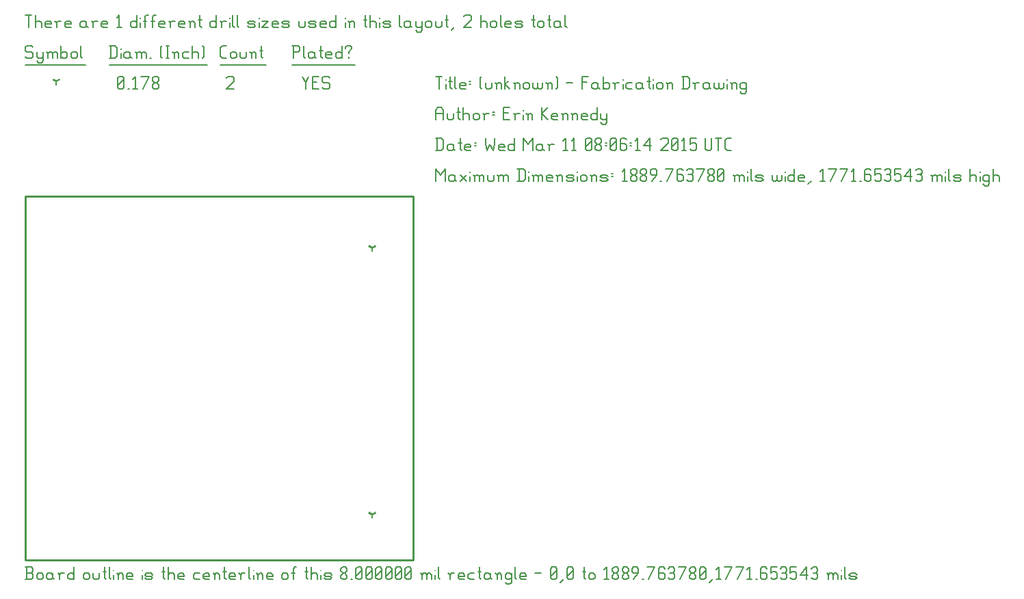
<source format=gbr>
G04 start of page 8 for group -3984 idx -3984 *
G04 Title: (unknown), fab *
G04 Creator: pcb 20140316 *
G04 CreationDate: Wed Mar 11 08:06:14 2015 UTC *
G04 For: frankenteddy *
G04 Format: Gerber/RS-274X *
G04 PCB-Dimensions (mil): 1889.76 1771.65 *
G04 PCB-Coordinate-Origin: lower left *
%MOIN*%
%FSLAX25Y25*%
%LNFAB*%
%ADD45C,0.0100*%
%ADD44C,0.0075*%
%ADD43C,0.0060*%
%ADD42C,0.0001*%
%ADD41R,0.0080X0.0080*%
G54D41*X169000Y22165D02*Y20565D01*
G54D42*G36*
X168454Y22312D02*X170533Y23512D01*
X170933Y22819D01*
X168853Y21619D01*
X168454Y22312D01*
G37*
G36*
X169147Y21619D02*X167067Y22819D01*
X167467Y23512D01*
X169546Y22312D01*
X169147Y21619D01*
G37*
G54D41*X169000Y152165D02*Y150565D01*
G54D42*G36*
X168454Y152312D02*X170533Y153512D01*
X170933Y152819D01*
X168853Y151619D01*
X168454Y152312D01*
G37*
G36*
X169147Y151619D02*X167067Y152819D01*
X167467Y153512D01*
X169546Y152312D01*
X169147Y151619D01*
G37*
G54D41*X15000Y233415D02*Y231815D01*
G54D42*G36*
X14454Y233562D02*X16533Y234762D01*
X16933Y234069D01*
X14853Y232869D01*
X14454Y233562D01*
G37*
G36*
X15147Y232869D02*X13067Y234069D01*
X13467Y234762D01*
X15546Y233562D01*
X15147Y232869D01*
G37*
G54D43*X135000Y235665D02*X136500Y232665D01*
X138000Y235665D01*
X136500Y232665D02*Y229665D01*
X139800Y232965D02*X142050D01*
X139800Y229665D02*X142800D01*
X139800Y235665D02*Y229665D01*
Y235665D02*X142800D01*
X147600D02*X148350Y234915D01*
X145350Y235665D02*X147600D01*
X144600Y234915D02*X145350Y235665D01*
X144600Y234915D02*Y233415D01*
X145350Y232665D01*
X147600D01*
X148350Y231915D01*
Y230415D01*
X147600Y229665D02*X148350Y230415D01*
X145350Y229665D02*X147600D01*
X144600Y230415D02*X145350Y229665D01*
X98000Y234915D02*X98750Y235665D01*
X101000D01*
X101750Y234915D01*
Y233415D01*
X98000Y229665D02*X101750Y233415D01*
X98000Y229665D02*X101750D01*
X45000Y230415D02*X45750Y229665D01*
X45000Y234915D02*Y230415D01*
Y234915D02*X45750Y235665D01*
X47250D01*
X48000Y234915D01*
Y230415D01*
X47250Y229665D02*X48000Y230415D01*
X45750Y229665D02*X47250D01*
X45000Y231165D02*X48000Y234165D01*
X49800Y229665D02*X50550D01*
X52350Y234465D02*X53550Y235665D01*
Y229665D01*
X52350D02*X54600D01*
X57150D02*X60150Y235665D01*
X56400D02*X60150D01*
X61950Y230415D02*X62700Y229665D01*
X61950Y231615D02*Y230415D01*
Y231615D02*X63000Y232665D01*
X63900D01*
X64950Y231615D01*
Y230415D01*
X64200Y229665D02*X64950Y230415D01*
X62700Y229665D02*X64200D01*
X61950Y233715D02*X63000Y232665D01*
X61950Y234915D02*Y233715D01*
Y234915D02*X62700Y235665D01*
X64200D01*
X64950Y234915D01*
Y233715D01*
X63900Y232665D02*X64950Y233715D01*
X3000Y250665D02*X3750Y249915D01*
X750Y250665D02*X3000D01*
X0Y249915D02*X750Y250665D01*
X0Y249915D02*Y248415D01*
X750Y247665D01*
X3000D01*
X3750Y246915D01*
Y245415D01*
X3000Y244665D02*X3750Y245415D01*
X750Y244665D02*X3000D01*
X0Y245415D02*X750Y244665D01*
X5550Y247665D02*Y245415D01*
X6300Y244665D01*
X8550Y247665D02*Y243165D01*
X7800Y242415D02*X8550Y243165D01*
X6300Y242415D02*X7800D01*
X5550Y243165D02*X6300Y242415D01*
Y244665D02*X7800D01*
X8550Y245415D01*
X11100Y246915D02*Y244665D01*
Y246915D02*X11850Y247665D01*
X12600D01*
X13350Y246915D01*
Y244665D01*
Y246915D02*X14100Y247665D01*
X14850D01*
X15600Y246915D01*
Y244665D01*
X10350Y247665D02*X11100Y246915D01*
X17400Y250665D02*Y244665D01*
Y245415D02*X18150Y244665D01*
X19650D01*
X20400Y245415D01*
Y246915D02*Y245415D01*
X19650Y247665D02*X20400Y246915D01*
X18150Y247665D02*X19650D01*
X17400Y246915D02*X18150Y247665D01*
X22200Y246915D02*Y245415D01*
Y246915D02*X22950Y247665D01*
X24450D01*
X25200Y246915D01*
Y245415D01*
X24450Y244665D02*X25200Y245415D01*
X22950Y244665D02*X24450D01*
X22200Y245415D02*X22950Y244665D01*
X27000Y250665D02*Y245415D01*
X27750Y244665D01*
X0Y241415D02*X29250D01*
X41750Y250665D02*Y244665D01*
X43700Y250665D02*X44750Y249615D01*
Y245715D01*
X43700Y244665D02*X44750Y245715D01*
X41000Y244665D02*X43700D01*
X41000Y250665D02*X43700D01*
G54D44*X46550Y249165D02*Y249015D01*
G54D43*Y246915D02*Y244665D01*
X50300Y247665D02*X51050Y246915D01*
X48800Y247665D02*X50300D01*
X48050Y246915D02*X48800Y247665D01*
X48050Y246915D02*Y245415D01*
X48800Y244665D01*
X51050Y247665D02*Y245415D01*
X51800Y244665D01*
X48800D02*X50300D01*
X51050Y245415D01*
X54350Y246915D02*Y244665D01*
Y246915D02*X55100Y247665D01*
X55850D01*
X56600Y246915D01*
Y244665D01*
Y246915D02*X57350Y247665D01*
X58100D01*
X58850Y246915D01*
Y244665D01*
X53600Y247665D02*X54350Y246915D01*
X60650Y244665D02*X61400D01*
X65900Y245415D02*X66650Y244665D01*
X65900Y249915D02*X66650Y250665D01*
X65900Y249915D02*Y245415D01*
X68450Y250665D02*X69950D01*
X69200D02*Y244665D01*
X68450D02*X69950D01*
X72500Y246915D02*Y244665D01*
Y246915D02*X73250Y247665D01*
X74000D01*
X74750Y246915D01*
Y244665D01*
X71750Y247665D02*X72500Y246915D01*
X77300Y247665D02*X79550D01*
X76550Y246915D02*X77300Y247665D01*
X76550Y246915D02*Y245415D01*
X77300Y244665D01*
X79550D01*
X81350Y250665D02*Y244665D01*
Y246915D02*X82100Y247665D01*
X83600D01*
X84350Y246915D01*
Y244665D01*
X86150Y250665D02*X86900Y249915D01*
Y245415D01*
X86150Y244665D02*X86900Y245415D01*
X41000Y241415D02*X88700D01*
X96050Y244665D02*X98000D01*
X95000Y245715D02*X96050Y244665D01*
X95000Y249615D02*Y245715D01*
Y249615D02*X96050Y250665D01*
X98000D01*
X99800Y246915D02*Y245415D01*
Y246915D02*X100550Y247665D01*
X102050D01*
X102800Y246915D01*
Y245415D01*
X102050Y244665D02*X102800Y245415D01*
X100550Y244665D02*X102050D01*
X99800Y245415D02*X100550Y244665D01*
X104600Y247665D02*Y245415D01*
X105350Y244665D01*
X106850D01*
X107600Y245415D01*
Y247665D02*Y245415D01*
X110150Y246915D02*Y244665D01*
Y246915D02*X110900Y247665D01*
X111650D01*
X112400Y246915D01*
Y244665D01*
X109400Y247665D02*X110150Y246915D01*
X114950Y250665D02*Y245415D01*
X115700Y244665D01*
X114200Y248415D02*X115700D01*
X95000Y241415D02*X117200D01*
X130750Y250665D02*Y244665D01*
X130000Y250665D02*X133000D01*
X133750Y249915D01*
Y248415D01*
X133000Y247665D02*X133750Y248415D01*
X130750Y247665D02*X133000D01*
X135550Y250665D02*Y245415D01*
X136300Y244665D01*
X140050Y247665D02*X140800Y246915D01*
X138550Y247665D02*X140050D01*
X137800Y246915D02*X138550Y247665D01*
X137800Y246915D02*Y245415D01*
X138550Y244665D01*
X140800Y247665D02*Y245415D01*
X141550Y244665D01*
X138550D02*X140050D01*
X140800Y245415D01*
X144100Y250665D02*Y245415D01*
X144850Y244665D01*
X143350Y248415D02*X144850D01*
X147100Y244665D02*X149350D01*
X146350Y245415D02*X147100Y244665D01*
X146350Y246915D02*Y245415D01*
Y246915D02*X147100Y247665D01*
X148600D01*
X149350Y246915D01*
X146350Y246165D02*X149350D01*
Y246915D02*Y246165D01*
X154150Y250665D02*Y244665D01*
X153400D02*X154150Y245415D01*
X151900Y244665D02*X153400D01*
X151150Y245415D02*X151900Y244665D01*
X151150Y246915D02*Y245415D01*
Y246915D02*X151900Y247665D01*
X153400D01*
X154150Y246915D01*
X157450Y247665D02*Y246915D01*
Y245415D02*Y244665D01*
X155950Y249915D02*Y249165D01*
Y249915D02*X156700Y250665D01*
X158200D01*
X158950Y249915D01*
Y249165D01*
X157450Y247665D02*X158950Y249165D01*
X130000Y241415D02*X160750D01*
X0Y265665D02*X3000D01*
X1500D02*Y259665D01*
X4800Y265665D02*Y259665D01*
Y261915D02*X5550Y262665D01*
X7050D01*
X7800Y261915D01*
Y259665D01*
X10350D02*X12600D01*
X9600Y260415D02*X10350Y259665D01*
X9600Y261915D02*Y260415D01*
Y261915D02*X10350Y262665D01*
X11850D01*
X12600Y261915D01*
X9600Y261165D02*X12600D01*
Y261915D02*Y261165D01*
X15150Y261915D02*Y259665D01*
Y261915D02*X15900Y262665D01*
X17400D01*
X14400D02*X15150Y261915D01*
X19950Y259665D02*X22200D01*
X19200Y260415D02*X19950Y259665D01*
X19200Y261915D02*Y260415D01*
Y261915D02*X19950Y262665D01*
X21450D01*
X22200Y261915D01*
X19200Y261165D02*X22200D01*
Y261915D02*Y261165D01*
X28950Y262665D02*X29700Y261915D01*
X27450Y262665D02*X28950D01*
X26700Y261915D02*X27450Y262665D01*
X26700Y261915D02*Y260415D01*
X27450Y259665D01*
X29700Y262665D02*Y260415D01*
X30450Y259665D01*
X27450D02*X28950D01*
X29700Y260415D01*
X33000Y261915D02*Y259665D01*
Y261915D02*X33750Y262665D01*
X35250D01*
X32250D02*X33000Y261915D01*
X37800Y259665D02*X40050D01*
X37050Y260415D02*X37800Y259665D01*
X37050Y261915D02*Y260415D01*
Y261915D02*X37800Y262665D01*
X39300D01*
X40050Y261915D01*
X37050Y261165D02*X40050D01*
Y261915D02*Y261165D01*
X44550Y264465D02*X45750Y265665D01*
Y259665D01*
X44550D02*X46800D01*
X54300Y265665D02*Y259665D01*
X53550D02*X54300Y260415D01*
X52050Y259665D02*X53550D01*
X51300Y260415D02*X52050Y259665D01*
X51300Y261915D02*Y260415D01*
Y261915D02*X52050Y262665D01*
X53550D01*
X54300Y261915D01*
G54D44*X56100Y264165D02*Y264015D01*
G54D43*Y261915D02*Y259665D01*
X58350Y264915D02*Y259665D01*
Y264915D02*X59100Y265665D01*
X59850D01*
X57600Y262665D02*X59100D01*
X62100Y264915D02*Y259665D01*
Y264915D02*X62850Y265665D01*
X63600D01*
X61350Y262665D02*X62850D01*
X65850Y259665D02*X68100D01*
X65100Y260415D02*X65850Y259665D01*
X65100Y261915D02*Y260415D01*
Y261915D02*X65850Y262665D01*
X67350D01*
X68100Y261915D01*
X65100Y261165D02*X68100D01*
Y261915D02*Y261165D01*
X70650Y261915D02*Y259665D01*
Y261915D02*X71400Y262665D01*
X72900D01*
X69900D02*X70650Y261915D01*
X75450Y259665D02*X77700D01*
X74700Y260415D02*X75450Y259665D01*
X74700Y261915D02*Y260415D01*
Y261915D02*X75450Y262665D01*
X76950D01*
X77700Y261915D01*
X74700Y261165D02*X77700D01*
Y261915D02*Y261165D01*
X80250Y261915D02*Y259665D01*
Y261915D02*X81000Y262665D01*
X81750D01*
X82500Y261915D01*
Y259665D01*
X79500Y262665D02*X80250Y261915D01*
X85050Y265665D02*Y260415D01*
X85800Y259665D01*
X84300Y263415D02*X85800D01*
X93000Y265665D02*Y259665D01*
X92250D02*X93000Y260415D01*
X90750Y259665D02*X92250D01*
X90000Y260415D02*X90750Y259665D01*
X90000Y261915D02*Y260415D01*
Y261915D02*X90750Y262665D01*
X92250D01*
X93000Y261915D01*
X95550D02*Y259665D01*
Y261915D02*X96300Y262665D01*
X97800D01*
X94800D02*X95550Y261915D01*
G54D44*X99600Y264165D02*Y264015D01*
G54D43*Y261915D02*Y259665D01*
X101100Y265665D02*Y260415D01*
X101850Y259665D01*
X103350Y265665D02*Y260415D01*
X104100Y259665D01*
X109050D02*X111300D01*
X112050Y260415D01*
X111300Y261165D02*X112050Y260415D01*
X109050Y261165D02*X111300D01*
X108300Y261915D02*X109050Y261165D01*
X108300Y261915D02*X109050Y262665D01*
X111300D01*
X112050Y261915D01*
X108300Y260415D02*X109050Y259665D01*
G54D44*X113850Y264165D02*Y264015D01*
G54D43*Y261915D02*Y259665D01*
X115350Y262665D02*X118350D01*
X115350Y259665D02*X118350Y262665D01*
X115350Y259665D02*X118350D01*
X120900D02*X123150D01*
X120150Y260415D02*X120900Y259665D01*
X120150Y261915D02*Y260415D01*
Y261915D02*X120900Y262665D01*
X122400D01*
X123150Y261915D01*
X120150Y261165D02*X123150D01*
Y261915D02*Y261165D01*
X125700Y259665D02*X127950D01*
X128700Y260415D01*
X127950Y261165D02*X128700Y260415D01*
X125700Y261165D02*X127950D01*
X124950Y261915D02*X125700Y261165D01*
X124950Y261915D02*X125700Y262665D01*
X127950D01*
X128700Y261915D01*
X124950Y260415D02*X125700Y259665D01*
X133200Y262665D02*Y260415D01*
X133950Y259665D01*
X135450D01*
X136200Y260415D01*
Y262665D02*Y260415D01*
X138750Y259665D02*X141000D01*
X141750Y260415D01*
X141000Y261165D02*X141750Y260415D01*
X138750Y261165D02*X141000D01*
X138000Y261915D02*X138750Y261165D01*
X138000Y261915D02*X138750Y262665D01*
X141000D01*
X141750Y261915D01*
X138000Y260415D02*X138750Y259665D01*
X144300D02*X146550D01*
X143550Y260415D02*X144300Y259665D01*
X143550Y261915D02*Y260415D01*
Y261915D02*X144300Y262665D01*
X145800D01*
X146550Y261915D01*
X143550Y261165D02*X146550D01*
Y261915D02*Y261165D01*
X151350Y265665D02*Y259665D01*
X150600D02*X151350Y260415D01*
X149100Y259665D02*X150600D01*
X148350Y260415D02*X149100Y259665D01*
X148350Y261915D02*Y260415D01*
Y261915D02*X149100Y262665D01*
X150600D01*
X151350Y261915D01*
G54D44*X155850Y264165D02*Y264015D01*
G54D43*Y261915D02*Y259665D01*
X158100Y261915D02*Y259665D01*
Y261915D02*X158850Y262665D01*
X159600D01*
X160350Y261915D01*
Y259665D01*
X157350Y262665D02*X158100Y261915D01*
X165600Y265665D02*Y260415D01*
X166350Y259665D01*
X164850Y263415D02*X166350D01*
X167850Y265665D02*Y259665D01*
Y261915D02*X168600Y262665D01*
X170100D01*
X170850Y261915D01*
Y259665D01*
G54D44*X172650Y264165D02*Y264015D01*
G54D43*Y261915D02*Y259665D01*
X174900D02*X177150D01*
X177900Y260415D01*
X177150Y261165D02*X177900Y260415D01*
X174900Y261165D02*X177150D01*
X174150Y261915D02*X174900Y261165D01*
X174150Y261915D02*X174900Y262665D01*
X177150D01*
X177900Y261915D01*
X174150Y260415D02*X174900Y259665D01*
X182400Y265665D02*Y260415D01*
X183150Y259665D01*
X186900Y262665D02*X187650Y261915D01*
X185400Y262665D02*X186900D01*
X184650Y261915D02*X185400Y262665D01*
X184650Y261915D02*Y260415D01*
X185400Y259665D01*
X187650Y262665D02*Y260415D01*
X188400Y259665D01*
X185400D02*X186900D01*
X187650Y260415D01*
X190200Y262665D02*Y260415D01*
X190950Y259665D01*
X193200Y262665D02*Y258165D01*
X192450Y257415D02*X193200Y258165D01*
X190950Y257415D02*X192450D01*
X190200Y258165D02*X190950Y257415D01*
Y259665D02*X192450D01*
X193200Y260415D01*
X195000Y261915D02*Y260415D01*
Y261915D02*X195750Y262665D01*
X197250D01*
X198000Y261915D01*
Y260415D01*
X197250Y259665D02*X198000Y260415D01*
X195750Y259665D02*X197250D01*
X195000Y260415D02*X195750Y259665D01*
X199800Y262665D02*Y260415D01*
X200550Y259665D01*
X202050D01*
X202800Y260415D01*
Y262665D02*Y260415D01*
X205350Y265665D02*Y260415D01*
X206100Y259665D01*
X204600Y263415D02*X206100D01*
X207600Y258165D02*X209100Y259665D01*
X213600Y264915D02*X214350Y265665D01*
X216600D01*
X217350Y264915D01*
Y263415D01*
X213600Y259665D02*X217350Y263415D01*
X213600Y259665D02*X217350D01*
X221850Y265665D02*Y259665D01*
Y261915D02*X222600Y262665D01*
X224100D01*
X224850Y261915D01*
Y259665D01*
X226650Y261915D02*Y260415D01*
Y261915D02*X227400Y262665D01*
X228900D01*
X229650Y261915D01*
Y260415D01*
X228900Y259665D02*X229650Y260415D01*
X227400Y259665D02*X228900D01*
X226650Y260415D02*X227400Y259665D01*
X231450Y265665D02*Y260415D01*
X232200Y259665D01*
X234450D02*X236700D01*
X233700Y260415D02*X234450Y259665D01*
X233700Y261915D02*Y260415D01*
Y261915D02*X234450Y262665D01*
X235950D01*
X236700Y261915D01*
X233700Y261165D02*X236700D01*
Y261915D02*Y261165D01*
X239250Y259665D02*X241500D01*
X242250Y260415D01*
X241500Y261165D02*X242250Y260415D01*
X239250Y261165D02*X241500D01*
X238500Y261915D02*X239250Y261165D01*
X238500Y261915D02*X239250Y262665D01*
X241500D01*
X242250Y261915D01*
X238500Y260415D02*X239250Y259665D01*
X247500Y265665D02*Y260415D01*
X248250Y259665D01*
X246750Y263415D02*X248250D01*
X249750Y261915D02*Y260415D01*
Y261915D02*X250500Y262665D01*
X252000D01*
X252750Y261915D01*
Y260415D01*
X252000Y259665D02*X252750Y260415D01*
X250500Y259665D02*X252000D01*
X249750Y260415D02*X250500Y259665D01*
X255300Y265665D02*Y260415D01*
X256050Y259665D01*
X254550Y263415D02*X256050D01*
X259800Y262665D02*X260550Y261915D01*
X258300Y262665D02*X259800D01*
X257550Y261915D02*X258300Y262665D01*
X257550Y261915D02*Y260415D01*
X258300Y259665D01*
X260550Y262665D02*Y260415D01*
X261300Y259665D01*
X258300D02*X259800D01*
X260550Y260415D01*
X263100Y265665D02*Y260415D01*
X263850Y259665D01*
G54D45*X0Y177165D02*X188976D01*
X0D02*Y0D01*
X188976Y177165D02*Y0D01*
X0D02*X188976D01*
G54D43*X200000Y190665D02*Y184665D01*
Y190665D02*X202250Y187665D01*
X204500Y190665D01*
Y184665D01*
X208550Y187665D02*X209300Y186915D01*
X207050Y187665D02*X208550D01*
X206300Y186915D02*X207050Y187665D01*
X206300Y186915D02*Y185415D01*
X207050Y184665D01*
X209300Y187665D02*Y185415D01*
X210050Y184665D01*
X207050D02*X208550D01*
X209300Y185415D01*
X211850Y187665D02*X214850Y184665D01*
X211850D02*X214850Y187665D01*
G54D44*X216650Y189165D02*Y189015D01*
G54D43*Y186915D02*Y184665D01*
X218900Y186915D02*Y184665D01*
Y186915D02*X219650Y187665D01*
X220400D01*
X221150Y186915D01*
Y184665D01*
Y186915D02*X221900Y187665D01*
X222650D01*
X223400Y186915D01*
Y184665D01*
X218150Y187665D02*X218900Y186915D01*
X225200Y187665D02*Y185415D01*
X225950Y184665D01*
X227450D01*
X228200Y185415D01*
Y187665D02*Y185415D01*
X230750Y186915D02*Y184665D01*
Y186915D02*X231500Y187665D01*
X232250D01*
X233000Y186915D01*
Y184665D01*
Y186915D02*X233750Y187665D01*
X234500D01*
X235250Y186915D01*
Y184665D01*
X230000Y187665D02*X230750Y186915D01*
X240500Y190665D02*Y184665D01*
X242450Y190665D02*X243500Y189615D01*
Y185715D01*
X242450Y184665D02*X243500Y185715D01*
X239750Y184665D02*X242450D01*
X239750Y190665D02*X242450D01*
G54D44*X245300Y189165D02*Y189015D01*
G54D43*Y186915D02*Y184665D01*
X247550Y186915D02*Y184665D01*
Y186915D02*X248300Y187665D01*
X249050D01*
X249800Y186915D01*
Y184665D01*
Y186915D02*X250550Y187665D01*
X251300D01*
X252050Y186915D01*
Y184665D01*
X246800Y187665D02*X247550Y186915D01*
X254600Y184665D02*X256850D01*
X253850Y185415D02*X254600Y184665D01*
X253850Y186915D02*Y185415D01*
Y186915D02*X254600Y187665D01*
X256100D01*
X256850Y186915D01*
X253850Y186165D02*X256850D01*
Y186915D02*Y186165D01*
X259400Y186915D02*Y184665D01*
Y186915D02*X260150Y187665D01*
X260900D01*
X261650Y186915D01*
Y184665D01*
X258650Y187665D02*X259400Y186915D01*
X264200Y184665D02*X266450D01*
X267200Y185415D01*
X266450Y186165D02*X267200Y185415D01*
X264200Y186165D02*X266450D01*
X263450Y186915D02*X264200Y186165D01*
X263450Y186915D02*X264200Y187665D01*
X266450D01*
X267200Y186915D01*
X263450Y185415D02*X264200Y184665D01*
G54D44*X269000Y189165D02*Y189015D01*
G54D43*Y186915D02*Y184665D01*
X270500Y186915D02*Y185415D01*
Y186915D02*X271250Y187665D01*
X272750D01*
X273500Y186915D01*
Y185415D01*
X272750Y184665D02*X273500Y185415D01*
X271250Y184665D02*X272750D01*
X270500Y185415D02*X271250Y184665D01*
X276050Y186915D02*Y184665D01*
Y186915D02*X276800Y187665D01*
X277550D01*
X278300Y186915D01*
Y184665D01*
X275300Y187665D02*X276050Y186915D01*
X280850Y184665D02*X283100D01*
X283850Y185415D01*
X283100Y186165D02*X283850Y185415D01*
X280850Y186165D02*X283100D01*
X280100Y186915D02*X280850Y186165D01*
X280100Y186915D02*X280850Y187665D01*
X283100D01*
X283850Y186915D01*
X280100Y185415D02*X280850Y184665D01*
X285650Y188415D02*X286400D01*
X285650Y186915D02*X286400D01*
X290900Y189465D02*X292100Y190665D01*
Y184665D01*
X290900D02*X293150D01*
X294950Y185415D02*X295700Y184665D01*
X294950Y186615D02*Y185415D01*
Y186615D02*X296000Y187665D01*
X296900D01*
X297950Y186615D01*
Y185415D01*
X297200Y184665D02*X297950Y185415D01*
X295700Y184665D02*X297200D01*
X294950Y188715D02*X296000Y187665D01*
X294950Y189915D02*Y188715D01*
Y189915D02*X295700Y190665D01*
X297200D01*
X297950Y189915D01*
Y188715D01*
X296900Y187665D02*X297950Y188715D01*
X299750Y185415D02*X300500Y184665D01*
X299750Y186615D02*Y185415D01*
Y186615D02*X300800Y187665D01*
X301700D01*
X302750Y186615D01*
Y185415D01*
X302000Y184665D02*X302750Y185415D01*
X300500Y184665D02*X302000D01*
X299750Y188715D02*X300800Y187665D01*
X299750Y189915D02*Y188715D01*
Y189915D02*X300500Y190665D01*
X302000D01*
X302750Y189915D01*
Y188715D01*
X301700Y187665D02*X302750Y188715D01*
X305300Y184665D02*X307550Y187665D01*
Y189915D02*Y187665D01*
X306800Y190665D02*X307550Y189915D01*
X305300Y190665D02*X306800D01*
X304550Y189915D02*X305300Y190665D01*
X304550Y189915D02*Y188415D01*
X305300Y187665D01*
X307550D01*
X309350Y184665D02*X310100D01*
X312650D02*X315650Y190665D01*
X311900D02*X315650D01*
X319700D02*X320450Y189915D01*
X318200Y190665D02*X319700D01*
X317450Y189915D02*X318200Y190665D01*
X317450Y189915D02*Y185415D01*
X318200Y184665D01*
X319700Y187965D02*X320450Y187215D01*
X317450Y187965D02*X319700D01*
X318200Y184665D02*X319700D01*
X320450Y185415D01*
Y187215D02*Y185415D01*
X322250Y189915D02*X323000Y190665D01*
X324500D01*
X325250Y189915D01*
X324500Y184665D02*X325250Y185415D01*
X323000Y184665D02*X324500D01*
X322250Y185415D02*X323000Y184665D01*
Y187965D02*X324500D01*
X325250Y189915D02*Y188715D01*
Y187215D02*Y185415D01*
Y187215D02*X324500Y187965D01*
X325250Y188715D02*X324500Y187965D01*
X327800Y184665D02*X330800Y190665D01*
X327050D02*X330800D01*
X332600Y185415D02*X333350Y184665D01*
X332600Y186615D02*Y185415D01*
Y186615D02*X333650Y187665D01*
X334550D01*
X335600Y186615D01*
Y185415D01*
X334850Y184665D02*X335600Y185415D01*
X333350Y184665D02*X334850D01*
X332600Y188715D02*X333650Y187665D01*
X332600Y189915D02*Y188715D01*
Y189915D02*X333350Y190665D01*
X334850D01*
X335600Y189915D01*
Y188715D01*
X334550Y187665D02*X335600Y188715D01*
X337400Y185415D02*X338150Y184665D01*
X337400Y189915D02*Y185415D01*
Y189915D02*X338150Y190665D01*
X339650D01*
X340400Y189915D01*
Y185415D01*
X339650Y184665D02*X340400Y185415D01*
X338150Y184665D02*X339650D01*
X337400Y186165D02*X340400Y189165D01*
X345650Y186915D02*Y184665D01*
Y186915D02*X346400Y187665D01*
X347150D01*
X347900Y186915D01*
Y184665D01*
Y186915D02*X348650Y187665D01*
X349400D01*
X350150Y186915D01*
Y184665D01*
X344900Y187665D02*X345650Y186915D01*
G54D44*X351950Y189165D02*Y189015D01*
G54D43*Y186915D02*Y184665D01*
X353450Y190665D02*Y185415D01*
X354200Y184665D01*
X356450D02*X358700D01*
X359450Y185415D01*
X358700Y186165D02*X359450Y185415D01*
X356450Y186165D02*X358700D01*
X355700Y186915D02*X356450Y186165D01*
X355700Y186915D02*X356450Y187665D01*
X358700D01*
X359450Y186915D01*
X355700Y185415D02*X356450Y184665D01*
X363950Y187665D02*Y185415D01*
X364700Y184665D01*
X365450D01*
X366200Y185415D01*
Y187665D02*Y185415D01*
X366950Y184665D01*
X367700D01*
X368450Y185415D01*
Y187665D02*Y185415D01*
G54D44*X370250Y189165D02*Y189015D01*
G54D43*Y186915D02*Y184665D01*
X374750Y190665D02*Y184665D01*
X374000D02*X374750Y185415D01*
X372500Y184665D02*X374000D01*
X371750Y185415D02*X372500Y184665D01*
X371750Y186915D02*Y185415D01*
Y186915D02*X372500Y187665D01*
X374000D01*
X374750Y186915D01*
X377300Y184665D02*X379550D01*
X376550Y185415D02*X377300Y184665D01*
X376550Y186915D02*Y185415D01*
Y186915D02*X377300Y187665D01*
X378800D01*
X379550Y186915D01*
X376550Y186165D02*X379550D01*
Y186915D02*Y186165D01*
X381350Y183165D02*X382850Y184665D01*
X387350Y189465D02*X388550Y190665D01*
Y184665D01*
X387350D02*X389600D01*
X392150D02*X395150Y190665D01*
X391400D02*X395150D01*
X397700Y184665D02*X400700Y190665D01*
X396950D02*X400700D01*
X402500Y189465D02*X403700Y190665D01*
Y184665D01*
X402500D02*X404750D01*
X406550D02*X407300D01*
X411350Y190665D02*X412100Y189915D01*
X409850Y190665D02*X411350D01*
X409100Y189915D02*X409850Y190665D01*
X409100Y189915D02*Y185415D01*
X409850Y184665D01*
X411350Y187965D02*X412100Y187215D01*
X409100Y187965D02*X411350D01*
X409850Y184665D02*X411350D01*
X412100Y185415D01*
Y187215D02*Y185415D01*
X413900Y190665D02*X416900D01*
X413900D02*Y187665D01*
X414650Y188415D01*
X416150D01*
X416900Y187665D01*
Y185415D01*
X416150Y184665D02*X416900Y185415D01*
X414650Y184665D02*X416150D01*
X413900Y185415D02*X414650Y184665D01*
X418700Y189915D02*X419450Y190665D01*
X420950D01*
X421700Y189915D01*
X420950Y184665D02*X421700Y185415D01*
X419450Y184665D02*X420950D01*
X418700Y185415D02*X419450Y184665D01*
Y187965D02*X420950D01*
X421700Y189915D02*Y188715D01*
Y187215D02*Y185415D01*
Y187215D02*X420950Y187965D01*
X421700Y188715D02*X420950Y187965D01*
X423500Y190665D02*X426500D01*
X423500D02*Y187665D01*
X424250Y188415D01*
X425750D01*
X426500Y187665D01*
Y185415D01*
X425750Y184665D02*X426500Y185415D01*
X424250Y184665D02*X425750D01*
X423500Y185415D02*X424250Y184665D01*
X428300Y186915D02*X431300Y190665D01*
X428300Y186915D02*X432050D01*
X431300Y190665D02*Y184665D01*
X433850Y189915D02*X434600Y190665D01*
X436100D01*
X436850Y189915D01*
X436100Y184665D02*X436850Y185415D01*
X434600Y184665D02*X436100D01*
X433850Y185415D02*X434600Y184665D01*
Y187965D02*X436100D01*
X436850Y189915D02*Y188715D01*
Y187215D02*Y185415D01*
Y187215D02*X436100Y187965D01*
X436850Y188715D02*X436100Y187965D01*
X442100Y186915D02*Y184665D01*
Y186915D02*X442850Y187665D01*
X443600D01*
X444350Y186915D01*
Y184665D01*
Y186915D02*X445100Y187665D01*
X445850D01*
X446600Y186915D01*
Y184665D01*
X441350Y187665D02*X442100Y186915D01*
G54D44*X448400Y189165D02*Y189015D01*
G54D43*Y186915D02*Y184665D01*
X449900Y190665D02*Y185415D01*
X450650Y184665D01*
X452900D02*X455150D01*
X455900Y185415D01*
X455150Y186165D02*X455900Y185415D01*
X452900Y186165D02*X455150D01*
X452150Y186915D02*X452900Y186165D01*
X452150Y186915D02*X452900Y187665D01*
X455150D01*
X455900Y186915D01*
X452150Y185415D02*X452900Y184665D01*
X460400Y190665D02*Y184665D01*
Y186915D02*X461150Y187665D01*
X462650D01*
X463400Y186915D01*
Y184665D01*
G54D44*X465200Y189165D02*Y189015D01*
G54D43*Y186915D02*Y184665D01*
X468950Y187665D02*X469700Y186915D01*
X467450Y187665D02*X468950D01*
X466700Y186915D02*X467450Y187665D01*
X466700Y186915D02*Y185415D01*
X467450Y184665D01*
X468950D01*
X469700Y185415D01*
X466700Y183165D02*X467450Y182415D01*
X468950D01*
X469700Y183165D01*
Y187665D02*Y183165D01*
X471500Y190665D02*Y184665D01*
Y186915D02*X472250Y187665D01*
X473750D01*
X474500Y186915D01*
Y184665D01*
X0Y-9500D02*X3000D01*
X3750Y-8750D01*
Y-6950D02*Y-8750D01*
X3000Y-6200D02*X3750Y-6950D01*
X750Y-6200D02*X3000D01*
X750Y-3500D02*Y-9500D01*
X0Y-3500D02*X3000D01*
X3750Y-4250D01*
Y-5450D01*
X3000Y-6200D02*X3750Y-5450D01*
X5550Y-7250D02*Y-8750D01*
Y-7250D02*X6300Y-6500D01*
X7800D01*
X8550Y-7250D01*
Y-8750D01*
X7800Y-9500D02*X8550Y-8750D01*
X6300Y-9500D02*X7800D01*
X5550Y-8750D02*X6300Y-9500D01*
X12600Y-6500D02*X13350Y-7250D01*
X11100Y-6500D02*X12600D01*
X10350Y-7250D02*X11100Y-6500D01*
X10350Y-7250D02*Y-8750D01*
X11100Y-9500D01*
X13350Y-6500D02*Y-8750D01*
X14100Y-9500D01*
X11100D02*X12600D01*
X13350Y-8750D01*
X16650Y-7250D02*Y-9500D01*
Y-7250D02*X17400Y-6500D01*
X18900D01*
X15900D02*X16650Y-7250D01*
X23700Y-3500D02*Y-9500D01*
X22950D02*X23700Y-8750D01*
X21450Y-9500D02*X22950D01*
X20700Y-8750D02*X21450Y-9500D01*
X20700Y-7250D02*Y-8750D01*
Y-7250D02*X21450Y-6500D01*
X22950D01*
X23700Y-7250D01*
X28200D02*Y-8750D01*
Y-7250D02*X28950Y-6500D01*
X30450D01*
X31200Y-7250D01*
Y-8750D01*
X30450Y-9500D02*X31200Y-8750D01*
X28950Y-9500D02*X30450D01*
X28200Y-8750D02*X28950Y-9500D01*
X33000Y-6500D02*Y-8750D01*
X33750Y-9500D01*
X35250D01*
X36000Y-8750D01*
Y-6500D02*Y-8750D01*
X38550Y-3500D02*Y-8750D01*
X39300Y-9500D01*
X37800Y-5750D02*X39300D01*
X40800Y-3500D02*Y-8750D01*
X41550Y-9500D01*
G54D44*X43050Y-5000D02*Y-5150D01*
G54D43*Y-7250D02*Y-9500D01*
X45300Y-7250D02*Y-9500D01*
Y-7250D02*X46050Y-6500D01*
X46800D01*
X47550Y-7250D01*
Y-9500D01*
X44550Y-6500D02*X45300Y-7250D01*
X50100Y-9500D02*X52350D01*
X49350Y-8750D02*X50100Y-9500D01*
X49350Y-7250D02*Y-8750D01*
Y-7250D02*X50100Y-6500D01*
X51600D01*
X52350Y-7250D01*
X49350Y-8000D02*X52350D01*
Y-7250D02*Y-8000D01*
G54D44*X56850Y-5000D02*Y-5150D01*
G54D43*Y-7250D02*Y-9500D01*
X59100D02*X61350D01*
X62100Y-8750D01*
X61350Y-8000D02*X62100Y-8750D01*
X59100Y-8000D02*X61350D01*
X58350Y-7250D02*X59100Y-8000D01*
X58350Y-7250D02*X59100Y-6500D01*
X61350D01*
X62100Y-7250D01*
X58350Y-8750D02*X59100Y-9500D01*
X67350Y-3500D02*Y-8750D01*
X68100Y-9500D01*
X66600Y-5750D02*X68100D01*
X69600Y-3500D02*Y-9500D01*
Y-7250D02*X70350Y-6500D01*
X71850D01*
X72600Y-7250D01*
Y-9500D01*
X75150D02*X77400D01*
X74400Y-8750D02*X75150Y-9500D01*
X74400Y-7250D02*Y-8750D01*
Y-7250D02*X75150Y-6500D01*
X76650D01*
X77400Y-7250D01*
X74400Y-8000D02*X77400D01*
Y-7250D02*Y-8000D01*
X82650Y-6500D02*X84900D01*
X81900Y-7250D02*X82650Y-6500D01*
X81900Y-7250D02*Y-8750D01*
X82650Y-9500D01*
X84900D01*
X87450D02*X89700D01*
X86700Y-8750D02*X87450Y-9500D01*
X86700Y-7250D02*Y-8750D01*
Y-7250D02*X87450Y-6500D01*
X88950D01*
X89700Y-7250D01*
X86700Y-8000D02*X89700D01*
Y-7250D02*Y-8000D01*
X92250Y-7250D02*Y-9500D01*
Y-7250D02*X93000Y-6500D01*
X93750D01*
X94500Y-7250D01*
Y-9500D01*
X91500Y-6500D02*X92250Y-7250D01*
X97050Y-3500D02*Y-8750D01*
X97800Y-9500D01*
X96300Y-5750D02*X97800D01*
X100050Y-9500D02*X102300D01*
X99300Y-8750D02*X100050Y-9500D01*
X99300Y-7250D02*Y-8750D01*
Y-7250D02*X100050Y-6500D01*
X101550D01*
X102300Y-7250D01*
X99300Y-8000D02*X102300D01*
Y-7250D02*Y-8000D01*
X104850Y-7250D02*Y-9500D01*
Y-7250D02*X105600Y-6500D01*
X107100D01*
X104100D02*X104850Y-7250D01*
X108900Y-3500D02*Y-8750D01*
X109650Y-9500D01*
G54D44*X111150Y-5000D02*Y-5150D01*
G54D43*Y-7250D02*Y-9500D01*
X113400Y-7250D02*Y-9500D01*
Y-7250D02*X114150Y-6500D01*
X114900D01*
X115650Y-7250D01*
Y-9500D01*
X112650Y-6500D02*X113400Y-7250D01*
X118200Y-9500D02*X120450D01*
X117450Y-8750D02*X118200Y-9500D01*
X117450Y-7250D02*Y-8750D01*
Y-7250D02*X118200Y-6500D01*
X119700D01*
X120450Y-7250D01*
X117450Y-8000D02*X120450D01*
Y-7250D02*Y-8000D01*
X124950Y-7250D02*Y-8750D01*
Y-7250D02*X125700Y-6500D01*
X127200D01*
X127950Y-7250D01*
Y-8750D01*
X127200Y-9500D02*X127950Y-8750D01*
X125700Y-9500D02*X127200D01*
X124950Y-8750D02*X125700Y-9500D01*
X130500Y-4250D02*Y-9500D01*
Y-4250D02*X131250Y-3500D01*
X132000D01*
X129750Y-6500D02*X131250D01*
X136950Y-3500D02*Y-8750D01*
X137700Y-9500D01*
X136200Y-5750D02*X137700D01*
X139200Y-3500D02*Y-9500D01*
Y-7250D02*X139950Y-6500D01*
X141450D01*
X142200Y-7250D01*
Y-9500D01*
G54D44*X144000Y-5000D02*Y-5150D01*
G54D43*Y-7250D02*Y-9500D01*
X146250D02*X148500D01*
X149250Y-8750D01*
X148500Y-8000D02*X149250Y-8750D01*
X146250Y-8000D02*X148500D01*
X145500Y-7250D02*X146250Y-8000D01*
X145500Y-7250D02*X146250Y-6500D01*
X148500D01*
X149250Y-7250D01*
X145500Y-8750D02*X146250Y-9500D01*
X153750Y-8750D02*X154500Y-9500D01*
X153750Y-7550D02*Y-8750D01*
Y-7550D02*X154800Y-6500D01*
X155700D01*
X156750Y-7550D01*
Y-8750D01*
X156000Y-9500D02*X156750Y-8750D01*
X154500Y-9500D02*X156000D01*
X153750Y-5450D02*X154800Y-6500D01*
X153750Y-4250D02*Y-5450D01*
Y-4250D02*X154500Y-3500D01*
X156000D01*
X156750Y-4250D01*
Y-5450D01*
X155700Y-6500D02*X156750Y-5450D01*
X158550Y-9500D02*X159300D01*
X161100Y-8750D02*X161850Y-9500D01*
X161100Y-4250D02*Y-8750D01*
Y-4250D02*X161850Y-3500D01*
X163350D01*
X164100Y-4250D01*
Y-8750D01*
X163350Y-9500D02*X164100Y-8750D01*
X161850Y-9500D02*X163350D01*
X161100Y-8000D02*X164100Y-5000D01*
X165900Y-8750D02*X166650Y-9500D01*
X165900Y-4250D02*Y-8750D01*
Y-4250D02*X166650Y-3500D01*
X168150D01*
X168900Y-4250D01*
Y-8750D01*
X168150Y-9500D02*X168900Y-8750D01*
X166650Y-9500D02*X168150D01*
X165900Y-8000D02*X168900Y-5000D01*
X170700Y-8750D02*X171450Y-9500D01*
X170700Y-4250D02*Y-8750D01*
Y-4250D02*X171450Y-3500D01*
X172950D01*
X173700Y-4250D01*
Y-8750D01*
X172950Y-9500D02*X173700Y-8750D01*
X171450Y-9500D02*X172950D01*
X170700Y-8000D02*X173700Y-5000D01*
X175500Y-8750D02*X176250Y-9500D01*
X175500Y-4250D02*Y-8750D01*
Y-4250D02*X176250Y-3500D01*
X177750D01*
X178500Y-4250D01*
Y-8750D01*
X177750Y-9500D02*X178500Y-8750D01*
X176250Y-9500D02*X177750D01*
X175500Y-8000D02*X178500Y-5000D01*
X180300Y-8750D02*X181050Y-9500D01*
X180300Y-4250D02*Y-8750D01*
Y-4250D02*X181050Y-3500D01*
X182550D01*
X183300Y-4250D01*
Y-8750D01*
X182550Y-9500D02*X183300Y-8750D01*
X181050Y-9500D02*X182550D01*
X180300Y-8000D02*X183300Y-5000D01*
X185100Y-8750D02*X185850Y-9500D01*
X185100Y-4250D02*Y-8750D01*
Y-4250D02*X185850Y-3500D01*
X187350D01*
X188100Y-4250D01*
Y-8750D01*
X187350Y-9500D02*X188100Y-8750D01*
X185850Y-9500D02*X187350D01*
X185100Y-8000D02*X188100Y-5000D01*
X193350Y-7250D02*Y-9500D01*
Y-7250D02*X194100Y-6500D01*
X194850D01*
X195600Y-7250D01*
Y-9500D01*
Y-7250D02*X196350Y-6500D01*
X197100D01*
X197850Y-7250D01*
Y-9500D01*
X192600Y-6500D02*X193350Y-7250D01*
G54D44*X199650Y-5000D02*Y-5150D01*
G54D43*Y-7250D02*Y-9500D01*
X201150Y-3500D02*Y-8750D01*
X201900Y-9500D01*
X206850Y-7250D02*Y-9500D01*
Y-7250D02*X207600Y-6500D01*
X209100D01*
X206100D02*X206850Y-7250D01*
X211650Y-9500D02*X213900D01*
X210900Y-8750D02*X211650Y-9500D01*
X210900Y-7250D02*Y-8750D01*
Y-7250D02*X211650Y-6500D01*
X213150D01*
X213900Y-7250D01*
X210900Y-8000D02*X213900D01*
Y-7250D02*Y-8000D01*
X216450Y-6500D02*X218700D01*
X215700Y-7250D02*X216450Y-6500D01*
X215700Y-7250D02*Y-8750D01*
X216450Y-9500D01*
X218700D01*
X221250Y-3500D02*Y-8750D01*
X222000Y-9500D01*
X220500Y-5750D02*X222000D01*
X225750Y-6500D02*X226500Y-7250D01*
X224250Y-6500D02*X225750D01*
X223500Y-7250D02*X224250Y-6500D01*
X223500Y-7250D02*Y-8750D01*
X224250Y-9500D01*
X226500Y-6500D02*Y-8750D01*
X227250Y-9500D01*
X224250D02*X225750D01*
X226500Y-8750D01*
X229800Y-7250D02*Y-9500D01*
Y-7250D02*X230550Y-6500D01*
X231300D01*
X232050Y-7250D01*
Y-9500D01*
X229050Y-6500D02*X229800Y-7250D01*
X236100Y-6500D02*X236850Y-7250D01*
X234600Y-6500D02*X236100D01*
X233850Y-7250D02*X234600Y-6500D01*
X233850Y-7250D02*Y-8750D01*
X234600Y-9500D01*
X236100D01*
X236850Y-8750D01*
X233850Y-11000D02*X234600Y-11750D01*
X236100D01*
X236850Y-11000D01*
Y-6500D02*Y-11000D01*
X238650Y-3500D02*Y-8750D01*
X239400Y-9500D01*
X241650D02*X243900D01*
X240900Y-8750D02*X241650Y-9500D01*
X240900Y-7250D02*Y-8750D01*
Y-7250D02*X241650Y-6500D01*
X243150D01*
X243900Y-7250D01*
X240900Y-8000D02*X243900D01*
Y-7250D02*Y-8000D01*
X248400Y-6500D02*X251400D01*
X255900Y-8750D02*X256650Y-9500D01*
X255900Y-4250D02*Y-8750D01*
Y-4250D02*X256650Y-3500D01*
X258150D01*
X258900Y-4250D01*
Y-8750D01*
X258150Y-9500D02*X258900Y-8750D01*
X256650Y-9500D02*X258150D01*
X255900Y-8000D02*X258900Y-5000D01*
X260700Y-11000D02*X262200Y-9500D01*
X264000Y-8750D02*X264750Y-9500D01*
X264000Y-4250D02*Y-8750D01*
Y-4250D02*X264750Y-3500D01*
X266250D01*
X267000Y-4250D01*
Y-8750D01*
X266250Y-9500D02*X267000Y-8750D01*
X264750Y-9500D02*X266250D01*
X264000Y-8000D02*X267000Y-5000D01*
X272250Y-3500D02*Y-8750D01*
X273000Y-9500D01*
X271500Y-5750D02*X273000D01*
X274500Y-7250D02*Y-8750D01*
Y-7250D02*X275250Y-6500D01*
X276750D01*
X277500Y-7250D01*
Y-8750D01*
X276750Y-9500D02*X277500Y-8750D01*
X275250Y-9500D02*X276750D01*
X274500Y-8750D02*X275250Y-9500D01*
X282000Y-4700D02*X283200Y-3500D01*
Y-9500D01*
X282000D02*X284250D01*
X286050Y-8750D02*X286800Y-9500D01*
X286050Y-7550D02*Y-8750D01*
Y-7550D02*X287100Y-6500D01*
X288000D01*
X289050Y-7550D01*
Y-8750D01*
X288300Y-9500D02*X289050Y-8750D01*
X286800Y-9500D02*X288300D01*
X286050Y-5450D02*X287100Y-6500D01*
X286050Y-4250D02*Y-5450D01*
Y-4250D02*X286800Y-3500D01*
X288300D01*
X289050Y-4250D01*
Y-5450D01*
X288000Y-6500D02*X289050Y-5450D01*
X290850Y-8750D02*X291600Y-9500D01*
X290850Y-7550D02*Y-8750D01*
Y-7550D02*X291900Y-6500D01*
X292800D01*
X293850Y-7550D01*
Y-8750D01*
X293100Y-9500D02*X293850Y-8750D01*
X291600Y-9500D02*X293100D01*
X290850Y-5450D02*X291900Y-6500D01*
X290850Y-4250D02*Y-5450D01*
Y-4250D02*X291600Y-3500D01*
X293100D01*
X293850Y-4250D01*
Y-5450D01*
X292800Y-6500D02*X293850Y-5450D01*
X296400Y-9500D02*X298650Y-6500D01*
Y-4250D02*Y-6500D01*
X297900Y-3500D02*X298650Y-4250D01*
X296400Y-3500D02*X297900D01*
X295650Y-4250D02*X296400Y-3500D01*
X295650Y-4250D02*Y-5750D01*
X296400Y-6500D01*
X298650D01*
X300450Y-9500D02*X301200D01*
X303750D02*X306750Y-3500D01*
X303000D02*X306750D01*
X310800D02*X311550Y-4250D01*
X309300Y-3500D02*X310800D01*
X308550Y-4250D02*X309300Y-3500D01*
X308550Y-4250D02*Y-8750D01*
X309300Y-9500D01*
X310800Y-6200D02*X311550Y-6950D01*
X308550Y-6200D02*X310800D01*
X309300Y-9500D02*X310800D01*
X311550Y-8750D01*
Y-6950D02*Y-8750D01*
X313350Y-4250D02*X314100Y-3500D01*
X315600D01*
X316350Y-4250D01*
X315600Y-9500D02*X316350Y-8750D01*
X314100Y-9500D02*X315600D01*
X313350Y-8750D02*X314100Y-9500D01*
Y-6200D02*X315600D01*
X316350Y-4250D02*Y-5450D01*
Y-6950D02*Y-8750D01*
Y-6950D02*X315600Y-6200D01*
X316350Y-5450D02*X315600Y-6200D01*
X318900Y-9500D02*X321900Y-3500D01*
X318150D02*X321900D01*
X323700Y-8750D02*X324450Y-9500D01*
X323700Y-7550D02*Y-8750D01*
Y-7550D02*X324750Y-6500D01*
X325650D01*
X326700Y-7550D01*
Y-8750D01*
X325950Y-9500D02*X326700Y-8750D01*
X324450Y-9500D02*X325950D01*
X323700Y-5450D02*X324750Y-6500D01*
X323700Y-4250D02*Y-5450D01*
Y-4250D02*X324450Y-3500D01*
X325950D01*
X326700Y-4250D01*
Y-5450D01*
X325650Y-6500D02*X326700Y-5450D01*
X328500Y-8750D02*X329250Y-9500D01*
X328500Y-4250D02*Y-8750D01*
Y-4250D02*X329250Y-3500D01*
X330750D01*
X331500Y-4250D01*
Y-8750D01*
X330750Y-9500D02*X331500Y-8750D01*
X329250Y-9500D02*X330750D01*
X328500Y-8000D02*X331500Y-5000D01*
X333300Y-11000D02*X334800Y-9500D01*
X336600Y-4700D02*X337800Y-3500D01*
Y-9500D01*
X336600D02*X338850D01*
X341400D02*X344400Y-3500D01*
X340650D02*X344400D01*
X346950Y-9500D02*X349950Y-3500D01*
X346200D02*X349950D01*
X351750Y-4700D02*X352950Y-3500D01*
Y-9500D01*
X351750D02*X354000D01*
X355800D02*X356550D01*
X360600Y-3500D02*X361350Y-4250D01*
X359100Y-3500D02*X360600D01*
X358350Y-4250D02*X359100Y-3500D01*
X358350Y-4250D02*Y-8750D01*
X359100Y-9500D01*
X360600Y-6200D02*X361350Y-6950D01*
X358350Y-6200D02*X360600D01*
X359100Y-9500D02*X360600D01*
X361350Y-8750D01*
Y-6950D02*Y-8750D01*
X363150Y-3500D02*X366150D01*
X363150D02*Y-6500D01*
X363900Y-5750D01*
X365400D01*
X366150Y-6500D01*
Y-8750D01*
X365400Y-9500D02*X366150Y-8750D01*
X363900Y-9500D02*X365400D01*
X363150Y-8750D02*X363900Y-9500D01*
X367950Y-4250D02*X368700Y-3500D01*
X370200D01*
X370950Y-4250D01*
X370200Y-9500D02*X370950Y-8750D01*
X368700Y-9500D02*X370200D01*
X367950Y-8750D02*X368700Y-9500D01*
Y-6200D02*X370200D01*
X370950Y-4250D02*Y-5450D01*
Y-6950D02*Y-8750D01*
Y-6950D02*X370200Y-6200D01*
X370950Y-5450D02*X370200Y-6200D01*
X372750Y-3500D02*X375750D01*
X372750D02*Y-6500D01*
X373500Y-5750D01*
X375000D01*
X375750Y-6500D01*
Y-8750D01*
X375000Y-9500D02*X375750Y-8750D01*
X373500Y-9500D02*X375000D01*
X372750Y-8750D02*X373500Y-9500D01*
X377550Y-7250D02*X380550Y-3500D01*
X377550Y-7250D02*X381300D01*
X380550Y-3500D02*Y-9500D01*
X383100Y-4250D02*X383850Y-3500D01*
X385350D01*
X386100Y-4250D01*
X385350Y-9500D02*X386100Y-8750D01*
X383850Y-9500D02*X385350D01*
X383100Y-8750D02*X383850Y-9500D01*
Y-6200D02*X385350D01*
X386100Y-4250D02*Y-5450D01*
Y-6950D02*Y-8750D01*
Y-6950D02*X385350Y-6200D01*
X386100Y-5450D02*X385350Y-6200D01*
X391350Y-7250D02*Y-9500D01*
Y-7250D02*X392100Y-6500D01*
X392850D01*
X393600Y-7250D01*
Y-9500D01*
Y-7250D02*X394350Y-6500D01*
X395100D01*
X395850Y-7250D01*
Y-9500D01*
X390600Y-6500D02*X391350Y-7250D01*
G54D44*X397650Y-5000D02*Y-5150D01*
G54D43*Y-7250D02*Y-9500D01*
X399150Y-3500D02*Y-8750D01*
X399900Y-9500D01*
X402150D02*X404400D01*
X405150Y-8750D01*
X404400Y-8000D02*X405150Y-8750D01*
X402150Y-8000D02*X404400D01*
X401400Y-7250D02*X402150Y-8000D01*
X401400Y-7250D02*X402150Y-6500D01*
X404400D01*
X405150Y-7250D01*
X401400Y-8750D02*X402150Y-9500D01*
X200750Y205665D02*Y199665D01*
X202700Y205665D02*X203750Y204615D01*
Y200715D01*
X202700Y199665D02*X203750Y200715D01*
X200000Y199665D02*X202700D01*
X200000Y205665D02*X202700D01*
X207800Y202665D02*X208550Y201915D01*
X206300Y202665D02*X207800D01*
X205550Y201915D02*X206300Y202665D01*
X205550Y201915D02*Y200415D01*
X206300Y199665D01*
X208550Y202665D02*Y200415D01*
X209300Y199665D01*
X206300D02*X207800D01*
X208550Y200415D01*
X211850Y205665D02*Y200415D01*
X212600Y199665D01*
X211100Y203415D02*X212600D01*
X214850Y199665D02*X217100D01*
X214100Y200415D02*X214850Y199665D01*
X214100Y201915D02*Y200415D01*
Y201915D02*X214850Y202665D01*
X216350D01*
X217100Y201915D01*
X214100Y201165D02*X217100D01*
Y201915D02*Y201165D01*
X218900Y203415D02*X219650D01*
X218900Y201915D02*X219650D01*
X224150Y205665D02*Y202665D01*
X224900Y199665D01*
X226400Y202665D01*
X227900Y199665D01*
X228650Y202665D01*
Y205665D02*Y202665D01*
X231200Y199665D02*X233450D01*
X230450Y200415D02*X231200Y199665D01*
X230450Y201915D02*Y200415D01*
Y201915D02*X231200Y202665D01*
X232700D01*
X233450Y201915D01*
X230450Y201165D02*X233450D01*
Y201915D02*Y201165D01*
X238250Y205665D02*Y199665D01*
X237500D02*X238250Y200415D01*
X236000Y199665D02*X237500D01*
X235250Y200415D02*X236000Y199665D01*
X235250Y201915D02*Y200415D01*
Y201915D02*X236000Y202665D01*
X237500D01*
X238250Y201915D01*
X242750Y205665D02*Y199665D01*
Y205665D02*X245000Y202665D01*
X247250Y205665D01*
Y199665D01*
X251300Y202665D02*X252050Y201915D01*
X249800Y202665D02*X251300D01*
X249050Y201915D02*X249800Y202665D01*
X249050Y201915D02*Y200415D01*
X249800Y199665D01*
X252050Y202665D02*Y200415D01*
X252800Y199665D01*
X249800D02*X251300D01*
X252050Y200415D01*
X255350Y201915D02*Y199665D01*
Y201915D02*X256100Y202665D01*
X257600D01*
X254600D02*X255350Y201915D01*
X262100Y204465D02*X263300Y205665D01*
Y199665D01*
X262100D02*X264350D01*
X266150Y204465D02*X267350Y205665D01*
Y199665D01*
X266150D02*X268400D01*
X272900Y200415D02*X273650Y199665D01*
X272900Y204915D02*Y200415D01*
Y204915D02*X273650Y205665D01*
X275150D01*
X275900Y204915D01*
Y200415D01*
X275150Y199665D02*X275900Y200415D01*
X273650Y199665D02*X275150D01*
X272900Y201165D02*X275900Y204165D01*
X277700Y200415D02*X278450Y199665D01*
X277700Y201615D02*Y200415D01*
Y201615D02*X278750Y202665D01*
X279650D01*
X280700Y201615D01*
Y200415D01*
X279950Y199665D02*X280700Y200415D01*
X278450Y199665D02*X279950D01*
X277700Y203715D02*X278750Y202665D01*
X277700Y204915D02*Y203715D01*
Y204915D02*X278450Y205665D01*
X279950D01*
X280700Y204915D01*
Y203715D01*
X279650Y202665D02*X280700Y203715D01*
X282500Y203415D02*X283250D01*
X282500Y201915D02*X283250D01*
X285050Y200415D02*X285800Y199665D01*
X285050Y204915D02*Y200415D01*
Y204915D02*X285800Y205665D01*
X287300D01*
X288050Y204915D01*
Y200415D01*
X287300Y199665D02*X288050Y200415D01*
X285800Y199665D02*X287300D01*
X285050Y201165D02*X288050Y204165D01*
X292100Y205665D02*X292850Y204915D01*
X290600Y205665D02*X292100D01*
X289850Y204915D02*X290600Y205665D01*
X289850Y204915D02*Y200415D01*
X290600Y199665D01*
X292100Y202965D02*X292850Y202215D01*
X289850Y202965D02*X292100D01*
X290600Y199665D02*X292100D01*
X292850Y200415D01*
Y202215D02*Y200415D01*
X294650Y203415D02*X295400D01*
X294650Y201915D02*X295400D01*
X297200Y204465D02*X298400Y205665D01*
Y199665D01*
X297200D02*X299450D01*
X301250Y201915D02*X304250Y205665D01*
X301250Y201915D02*X305000D01*
X304250Y205665D02*Y199665D01*
X309500Y204915D02*X310250Y205665D01*
X312500D01*
X313250Y204915D01*
Y203415D01*
X309500Y199665D02*X313250Y203415D01*
X309500Y199665D02*X313250D01*
X315050Y200415D02*X315800Y199665D01*
X315050Y204915D02*Y200415D01*
Y204915D02*X315800Y205665D01*
X317300D01*
X318050Y204915D01*
Y200415D01*
X317300Y199665D02*X318050Y200415D01*
X315800Y199665D02*X317300D01*
X315050Y201165D02*X318050Y204165D01*
X319850Y204465D02*X321050Y205665D01*
Y199665D01*
X319850D02*X322100D01*
X323900Y205665D02*X326900D01*
X323900D02*Y202665D01*
X324650Y203415D01*
X326150D01*
X326900Y202665D01*
Y200415D01*
X326150Y199665D02*X326900Y200415D01*
X324650Y199665D02*X326150D01*
X323900Y200415D02*X324650Y199665D01*
X331400Y205665D02*Y200415D01*
X332150Y199665D01*
X333650D01*
X334400Y200415D01*
Y205665D02*Y200415D01*
X336200Y205665D02*X339200D01*
X337700D02*Y199665D01*
X342050D02*X344000D01*
X341000Y200715D02*X342050Y199665D01*
X341000Y204615D02*Y200715D01*
Y204615D02*X342050Y205665D01*
X344000D01*
X200000Y219165D02*Y214665D01*
Y219165D02*X201050Y220665D01*
X202700D01*
X203750Y219165D01*
Y214665D01*
X200000Y217665D02*X203750D01*
X205550D02*Y215415D01*
X206300Y214665D01*
X207800D01*
X208550Y215415D01*
Y217665D02*Y215415D01*
X211100Y220665D02*Y215415D01*
X211850Y214665D01*
X210350Y218415D02*X211850D01*
X213350Y220665D02*Y214665D01*
Y216915D02*X214100Y217665D01*
X215600D01*
X216350Y216915D01*
Y214665D01*
X218150Y216915D02*Y215415D01*
Y216915D02*X218900Y217665D01*
X220400D01*
X221150Y216915D01*
Y215415D01*
X220400Y214665D02*X221150Y215415D01*
X218900Y214665D02*X220400D01*
X218150Y215415D02*X218900Y214665D01*
X223700Y216915D02*Y214665D01*
Y216915D02*X224450Y217665D01*
X225950D01*
X222950D02*X223700Y216915D01*
X227750Y218415D02*X228500D01*
X227750Y216915D02*X228500D01*
X233000Y217965D02*X235250D01*
X233000Y214665D02*X236000D01*
X233000Y220665D02*Y214665D01*
Y220665D02*X236000D01*
X238550Y216915D02*Y214665D01*
Y216915D02*X239300Y217665D01*
X240800D01*
X237800D02*X238550Y216915D01*
G54D44*X242600Y219165D02*Y219015D01*
G54D43*Y216915D02*Y214665D01*
X244850Y216915D02*Y214665D01*
Y216915D02*X245600Y217665D01*
X246350D01*
X247100Y216915D01*
Y214665D01*
X244100Y217665D02*X244850Y216915D01*
X251600Y220665D02*Y214665D01*
Y217665D02*X254600Y220665D01*
X251600Y217665D02*X254600Y214665D01*
X257150D02*X259400D01*
X256400Y215415D02*X257150Y214665D01*
X256400Y216915D02*Y215415D01*
Y216915D02*X257150Y217665D01*
X258650D01*
X259400Y216915D01*
X256400Y216165D02*X259400D01*
Y216915D02*Y216165D01*
X261950Y216915D02*Y214665D01*
Y216915D02*X262700Y217665D01*
X263450D01*
X264200Y216915D01*
Y214665D01*
X261200Y217665D02*X261950Y216915D01*
X266750D02*Y214665D01*
Y216915D02*X267500Y217665D01*
X268250D01*
X269000Y216915D01*
Y214665D01*
X266000Y217665D02*X266750Y216915D01*
X271550Y214665D02*X273800D01*
X270800Y215415D02*X271550Y214665D01*
X270800Y216915D02*Y215415D01*
Y216915D02*X271550Y217665D01*
X273050D01*
X273800Y216915D01*
X270800Y216165D02*X273800D01*
Y216915D02*Y216165D01*
X278600Y220665D02*Y214665D01*
X277850D02*X278600Y215415D01*
X276350Y214665D02*X277850D01*
X275600Y215415D02*X276350Y214665D01*
X275600Y216915D02*Y215415D01*
Y216915D02*X276350Y217665D01*
X277850D01*
X278600Y216915D01*
X280400Y217665D02*Y215415D01*
X281150Y214665D01*
X283400Y217665D02*Y213165D01*
X282650Y212415D02*X283400Y213165D01*
X281150Y212415D02*X282650D01*
X280400Y213165D02*X281150Y212415D01*
Y214665D02*X282650D01*
X283400Y215415D01*
X200000Y235665D02*X203000D01*
X201500D02*Y229665D01*
G54D44*X204800Y234165D02*Y234015D01*
G54D43*Y231915D02*Y229665D01*
X207050Y235665D02*Y230415D01*
X207800Y229665D01*
X206300Y233415D02*X207800D01*
X209300Y235665D02*Y230415D01*
X210050Y229665D01*
X212300D02*X214550D01*
X211550Y230415D02*X212300Y229665D01*
X211550Y231915D02*Y230415D01*
Y231915D02*X212300Y232665D01*
X213800D01*
X214550Y231915D01*
X211550Y231165D02*X214550D01*
Y231915D02*Y231165D01*
X216350Y233415D02*X217100D01*
X216350Y231915D02*X217100D01*
X221600Y230415D02*X222350Y229665D01*
X221600Y234915D02*X222350Y235665D01*
X221600Y234915D02*Y230415D01*
X224150Y232665D02*Y230415D01*
X224900Y229665D01*
X226400D01*
X227150Y230415D01*
Y232665D02*Y230415D01*
X229700Y231915D02*Y229665D01*
Y231915D02*X230450Y232665D01*
X231200D01*
X231950Y231915D01*
Y229665D01*
X228950Y232665D02*X229700Y231915D01*
X233750Y235665D02*Y229665D01*
Y231915D02*X236000Y229665D01*
X233750Y231915D02*X235250Y233415D01*
X238550Y231915D02*Y229665D01*
Y231915D02*X239300Y232665D01*
X240050D01*
X240800Y231915D01*
Y229665D01*
X237800Y232665D02*X238550Y231915D01*
X242600D02*Y230415D01*
Y231915D02*X243350Y232665D01*
X244850D01*
X245600Y231915D01*
Y230415D01*
X244850Y229665D02*X245600Y230415D01*
X243350Y229665D02*X244850D01*
X242600Y230415D02*X243350Y229665D01*
X247400Y232665D02*Y230415D01*
X248150Y229665D01*
X248900D01*
X249650Y230415D01*
Y232665D02*Y230415D01*
X250400Y229665D01*
X251150D01*
X251900Y230415D01*
Y232665D02*Y230415D01*
X254450Y231915D02*Y229665D01*
Y231915D02*X255200Y232665D01*
X255950D01*
X256700Y231915D01*
Y229665D01*
X253700Y232665D02*X254450Y231915D01*
X258500Y235665D02*X259250Y234915D01*
Y230415D01*
X258500Y229665D02*X259250Y230415D01*
X263750Y232665D02*X266750D01*
X271250Y235665D02*Y229665D01*
Y235665D02*X274250D01*
X271250Y232965D02*X273500D01*
X278300Y232665D02*X279050Y231915D01*
X276800Y232665D02*X278300D01*
X276050Y231915D02*X276800Y232665D01*
X276050Y231915D02*Y230415D01*
X276800Y229665D01*
X279050Y232665D02*Y230415D01*
X279800Y229665D01*
X276800D02*X278300D01*
X279050Y230415D01*
X281600Y235665D02*Y229665D01*
Y230415D02*X282350Y229665D01*
X283850D01*
X284600Y230415D01*
Y231915D02*Y230415D01*
X283850Y232665D02*X284600Y231915D01*
X282350Y232665D02*X283850D01*
X281600Y231915D02*X282350Y232665D01*
X287150Y231915D02*Y229665D01*
Y231915D02*X287900Y232665D01*
X289400D01*
X286400D02*X287150Y231915D01*
G54D44*X291200Y234165D02*Y234015D01*
G54D43*Y231915D02*Y229665D01*
X293450Y232665D02*X295700D01*
X292700Y231915D02*X293450Y232665D01*
X292700Y231915D02*Y230415D01*
X293450Y229665D01*
X295700D01*
X299750Y232665D02*X300500Y231915D01*
X298250Y232665D02*X299750D01*
X297500Y231915D02*X298250Y232665D01*
X297500Y231915D02*Y230415D01*
X298250Y229665D01*
X300500Y232665D02*Y230415D01*
X301250Y229665D01*
X298250D02*X299750D01*
X300500Y230415D01*
X303800Y235665D02*Y230415D01*
X304550Y229665D01*
X303050Y233415D02*X304550D01*
G54D44*X306050Y234165D02*Y234015D01*
G54D43*Y231915D02*Y229665D01*
X307550Y231915D02*Y230415D01*
Y231915D02*X308300Y232665D01*
X309800D01*
X310550Y231915D01*
Y230415D01*
X309800Y229665D02*X310550Y230415D01*
X308300Y229665D02*X309800D01*
X307550Y230415D02*X308300Y229665D01*
X313100Y231915D02*Y229665D01*
Y231915D02*X313850Y232665D01*
X314600D01*
X315350Y231915D01*
Y229665D01*
X312350Y232665D02*X313100Y231915D01*
X320600Y235665D02*Y229665D01*
X322550Y235665D02*X323600Y234615D01*
Y230715D01*
X322550Y229665D02*X323600Y230715D01*
X319850Y229665D02*X322550D01*
X319850Y235665D02*X322550D01*
X326150Y231915D02*Y229665D01*
Y231915D02*X326900Y232665D01*
X328400D01*
X325400D02*X326150Y231915D01*
X332450Y232665D02*X333200Y231915D01*
X330950Y232665D02*X332450D01*
X330200Y231915D02*X330950Y232665D01*
X330200Y231915D02*Y230415D01*
X330950Y229665D01*
X333200Y232665D02*Y230415D01*
X333950Y229665D01*
X330950D02*X332450D01*
X333200Y230415D01*
X335750Y232665D02*Y230415D01*
X336500Y229665D01*
X337250D01*
X338000Y230415D01*
Y232665D02*Y230415D01*
X338750Y229665D01*
X339500D01*
X340250Y230415D01*
Y232665D02*Y230415D01*
G54D44*X342050Y234165D02*Y234015D01*
G54D43*Y231915D02*Y229665D01*
X344300Y231915D02*Y229665D01*
Y231915D02*X345050Y232665D01*
X345800D01*
X346550Y231915D01*
Y229665D01*
X343550Y232665D02*X344300Y231915D01*
X350600Y232665D02*X351350Y231915D01*
X349100Y232665D02*X350600D01*
X348350Y231915D02*X349100Y232665D01*
X348350Y231915D02*Y230415D01*
X349100Y229665D01*
X350600D01*
X351350Y230415D01*
X348350Y228165D02*X349100Y227415D01*
X350600D01*
X351350Y228165D01*
Y232665D02*Y228165D01*
M02*

</source>
